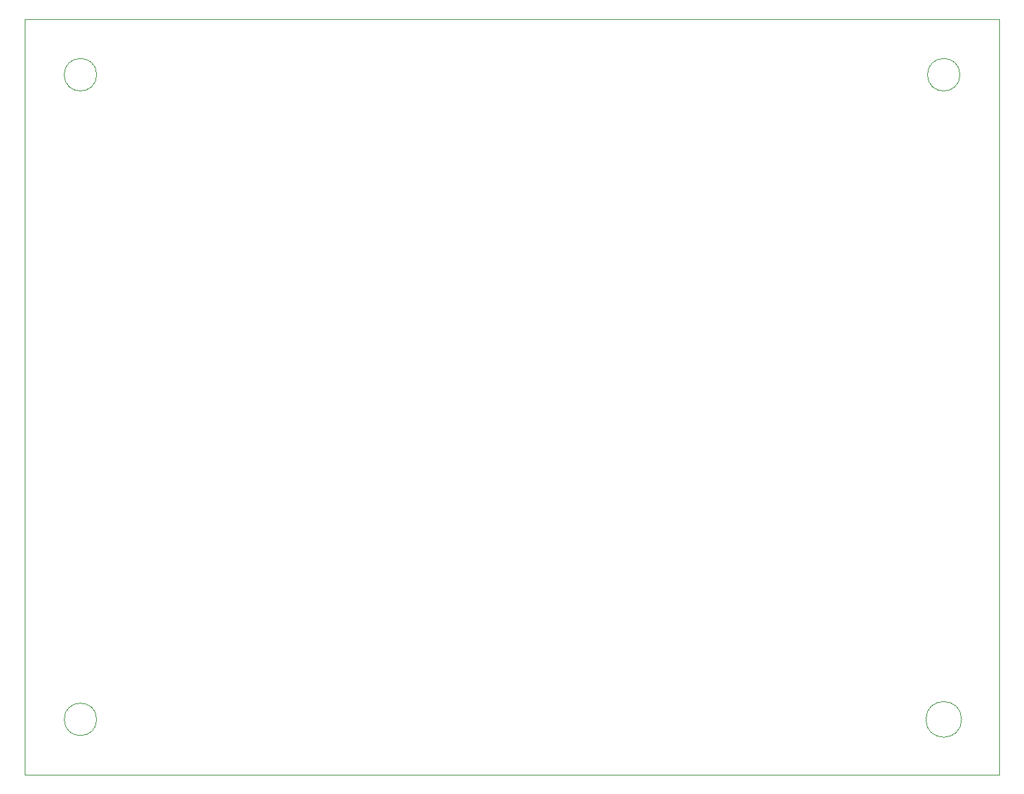
<source format=gm1>
G04 #@! TF.GenerationSoftware,KiCad,Pcbnew,8.0.1*
G04 #@! TF.CreationDate,2024-04-23T21:18:21-07:00*
G04 #@! TF.ProjectId,FanSystem,46616e53-7973-4746-956d-2e6b69636164,1*
G04 #@! TF.SameCoordinates,Original*
G04 #@! TF.FileFunction,Profile,NP*
%FSLAX46Y46*%
G04 Gerber Fmt 4.6, Leading zero omitted, Abs format (unit mm)*
G04 Created by KiCad (PCBNEW 8.0.1) date 2024-04-23 21:18:21*
%MOMM*%
%LPD*%
G01*
G04 APERTURE LIST*
G04 #@! TA.AperFunction,Profile*
%ADD10C,0.100000*%
G04 #@! TD*
G04 APERTURE END LIST*
D10*
X71882000Y-58928000D02*
X192024000Y-58928000D01*
X192024000Y-152146000D01*
X71882000Y-152146000D01*
X71882000Y-58928000D01*
X80740000Y-145324000D02*
G75*
G02*
X76740000Y-145324000I-2000000J0D01*
G01*
X76740000Y-145324000D02*
G75*
G02*
X80740000Y-145324000I2000000J0D01*
G01*
X187166000Y-65786000D02*
G75*
G02*
X183166000Y-65786000I-2000000J0D01*
G01*
X183166000Y-65786000D02*
G75*
G02*
X187166000Y-65786000I2000000J0D01*
G01*
X80740000Y-65786000D02*
G75*
G02*
X76740000Y-65786000I-2000000J0D01*
G01*
X76740000Y-65786000D02*
G75*
G02*
X80740000Y-65786000I2000000J0D01*
G01*
X187366000Y-145324000D02*
G75*
G02*
X182966000Y-145324000I-2200000J0D01*
G01*
X182966000Y-145324000D02*
G75*
G02*
X187366000Y-145324000I2200000J0D01*
G01*
M02*

</source>
